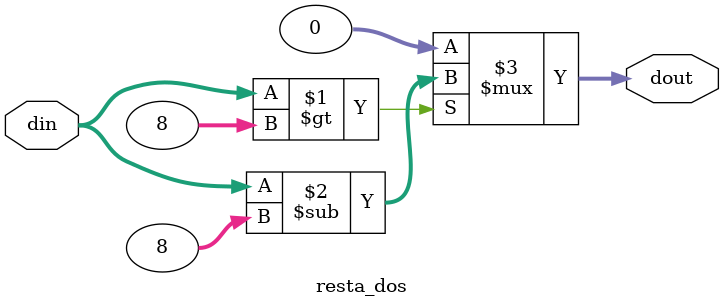
<source format=v>
module resta_dos (
    input  wire [31:0] din,
    output wire [31:0] dout
);

assign dout = (din > 32'd8) ? (din - 32'd8) : 32'd0;

endmodule

</source>
